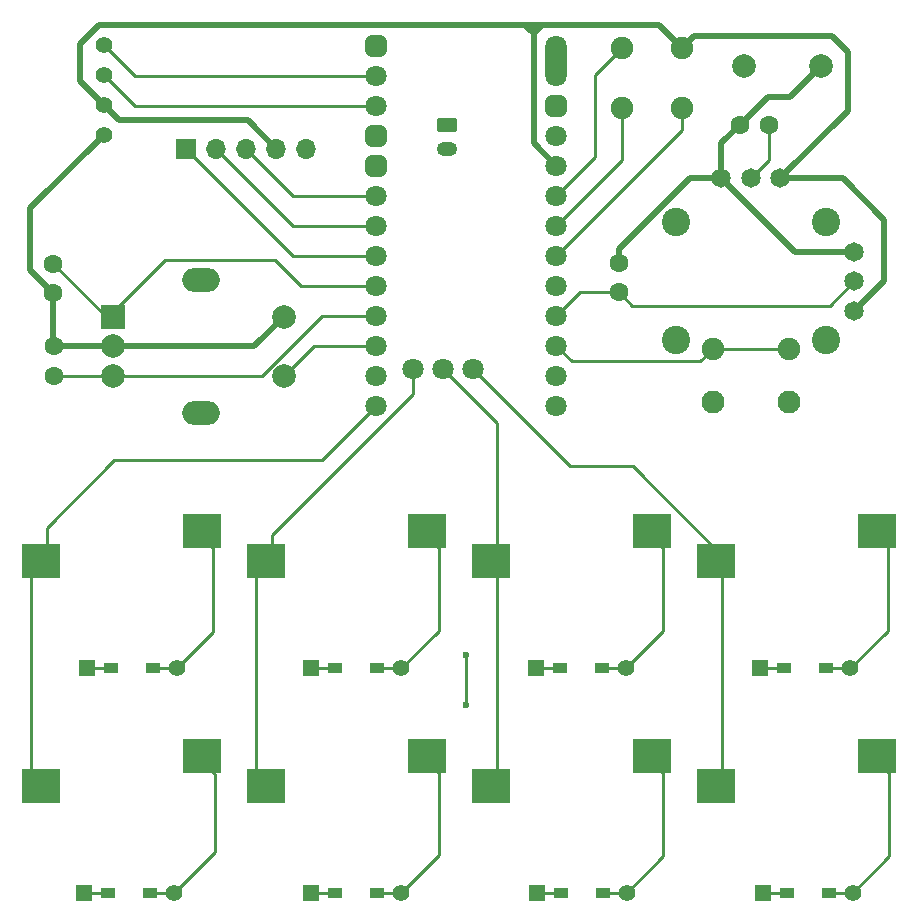
<source format=gbr>
G04 #@! TF.GenerationSoftware,KiCad,Pcbnew,9.0.3*
G04 #@! TF.CreationDate,2025-07-19T22:29:45+09:00*
G04 #@! TF.ProjectId,kleinpad,6b6c6569-6e70-4616-942e-6b696361645f,1.0*
G04 #@! TF.SameCoordinates,Original*
G04 #@! TF.FileFunction,Copper,L2,Bot*
G04 #@! TF.FilePolarity,Positive*
%FSLAX46Y46*%
G04 Gerber Fmt 4.6, Leading zero omitted, Abs format (unit mm)*
G04 Created by KiCad (PCBNEW 9.0.3) date 2025-07-19 22:29:45*
%MOMM*%
%LPD*%
G01*
G04 APERTURE LIST*
G04 Aperture macros list*
%AMRoundRect*
0 Rectangle with rounded corners*
0 $1 Rounding radius*
0 $2 $3 $4 $5 $6 $7 $8 $9 X,Y pos of 4 corners*
0 Add a 4 corners polygon primitive as box body*
4,1,4,$2,$3,$4,$5,$6,$7,$8,$9,$2,$3,0*
0 Add four circle primitives for the rounded corners*
1,1,$1+$1,$2,$3*
1,1,$1+$1,$4,$5*
1,1,$1+$1,$6,$7*
1,1,$1+$1,$8,$9*
0 Add four rect primitives between the rounded corners*
20,1,$1+$1,$2,$3,$4,$5,0*
20,1,$1+$1,$4,$5,$6,$7,0*
20,1,$1+$1,$6,$7,$8,$9,0*
20,1,$1+$1,$8,$9,$2,$3,0*%
G04 Aperture macros list end*
G04 #@! TA.AperFunction,ComponentPad*
%ADD10C,1.800000*%
G04 #@! TD*
G04 #@! TA.AperFunction,ComponentPad*
%ADD11RoundRect,0.450000X-0.450000X-0.450000X0.450000X-0.450000X0.450000X0.450000X-0.450000X0.450000X0*%
G04 #@! TD*
G04 #@! TA.AperFunction,ComponentPad*
%ADD12O,1.800000X4.340000*%
G04 #@! TD*
G04 #@! TA.AperFunction,ComponentPad*
%ADD13C,1.600000*%
G04 #@! TD*
G04 #@! TA.AperFunction,ComponentPad*
%ADD14R,1.397000X1.397000*%
G04 #@! TD*
G04 #@! TA.AperFunction,SMDPad,CuDef*
%ADD15R,1.300000X0.950000*%
G04 #@! TD*
G04 #@! TA.AperFunction,ComponentPad*
%ADD16C,1.397000*%
G04 #@! TD*
G04 #@! TA.AperFunction,SMDPad,CuDef*
%ADD17R,3.300000X3.000000*%
G04 #@! TD*
G04 #@! TA.AperFunction,ComponentPad*
%ADD18C,1.905000*%
G04 #@! TD*
G04 #@! TA.AperFunction,ComponentPad*
%ADD19C,1.900000*%
G04 #@! TD*
G04 #@! TA.AperFunction,ComponentPad*
%ADD20C,1.950000*%
G04 #@! TD*
G04 #@! TA.AperFunction,ComponentPad*
%ADD21C,2.400000*%
G04 #@! TD*
G04 #@! TA.AperFunction,ComponentPad*
%ADD22C,1.650000*%
G04 #@! TD*
G04 #@! TA.AperFunction,WasherPad*
%ADD23O,3.200000X2.000000*%
G04 #@! TD*
G04 #@! TA.AperFunction,ComponentPad*
%ADD24R,2.000000X2.000000*%
G04 #@! TD*
G04 #@! TA.AperFunction,ComponentPad*
%ADD25C,2.000000*%
G04 #@! TD*
G04 #@! TA.AperFunction,ComponentPad*
%ADD26R,1.700000X1.700000*%
G04 #@! TD*
G04 #@! TA.AperFunction,ComponentPad*
%ADD27O,1.700000X1.700000*%
G04 #@! TD*
G04 #@! TA.AperFunction,ComponentPad*
%ADD28RoundRect,0.250000X-0.625000X0.350000X-0.625000X-0.350000X0.625000X-0.350000X0.625000X0.350000X0*%
G04 #@! TD*
G04 #@! TA.AperFunction,ComponentPad*
%ADD29O,1.750000X1.200000*%
G04 #@! TD*
G04 #@! TA.AperFunction,ViaPad*
%ADD30C,0.600000*%
G04 #@! TD*
G04 #@! TA.AperFunction,Conductor*
%ADD31C,0.500000*%
G04 #@! TD*
G04 #@! TA.AperFunction,Conductor*
%ADD32C,0.250000*%
G04 #@! TD*
G04 APERTURE END LIST*
D10*
X133105625Y-66305500D03*
X133105625Y-68845500D03*
D11*
X133105625Y-71385500D03*
X133105625Y-73925500D03*
D10*
X133105625Y-76465500D03*
X133105625Y-79005500D03*
X133105625Y-81545500D03*
X133105625Y-84085500D03*
X133105625Y-86625500D03*
X133105625Y-89165500D03*
X133105625Y-91705500D03*
X133105625Y-94245500D03*
D12*
X148345625Y-65035500D03*
D11*
X148345625Y-68845500D03*
D10*
X148345625Y-71385500D03*
X148345625Y-73925500D03*
X148345625Y-76465500D03*
X148345625Y-79005500D03*
X148345625Y-81545500D03*
X148345625Y-84085500D03*
X148345625Y-86625500D03*
X148345625Y-89165500D03*
X148345625Y-91705500D03*
X148345625Y-94245500D03*
X136179025Y-91151780D03*
X138719025Y-91151780D03*
X141259025Y-91151780D03*
D11*
X133105625Y-63765500D03*
D10*
X148345625Y-63765500D03*
D13*
X153625625Y-82125500D03*
X153625625Y-84625500D03*
X105775625Y-84725500D03*
X105775625Y-82225500D03*
D14*
X165612500Y-116475500D03*
D15*
X167647500Y-116475500D03*
X171197500Y-116475500D03*
D16*
X173232500Y-116475500D03*
D17*
X142851250Y-107366750D03*
X156451250Y-104826750D03*
D13*
X166375625Y-70475500D03*
X163875625Y-70475500D03*
D18*
X159025625Y-63935500D03*
X159025625Y-69015500D03*
X153945625Y-69015500D03*
X153945625Y-63935500D03*
D19*
X161575625Y-89455500D03*
D20*
X161575625Y-93955500D03*
D19*
X168075625Y-89455500D03*
D20*
X168075625Y-93955500D03*
D21*
X158500625Y-78705500D03*
X171150625Y-78705500D03*
X171150625Y-88705500D03*
X158500625Y-88705500D03*
D22*
X173555625Y-86205500D03*
X173555625Y-83705500D03*
X173555625Y-81205500D03*
X167325625Y-74975500D03*
X164825625Y-74975500D03*
X162325625Y-74975500D03*
D16*
X110025625Y-63665500D03*
X110025625Y-66205500D03*
X110025625Y-68745500D03*
X110025625Y-71285500D03*
D17*
X161901250Y-107366750D03*
X175501250Y-104826750D03*
D14*
X146715625Y-135475500D03*
D15*
X148750625Y-135475500D03*
X152300625Y-135475500D03*
D16*
X154335625Y-135475500D03*
D23*
X118275625Y-83625500D03*
X118275625Y-94825500D03*
D24*
X110775625Y-86725500D03*
D25*
X110775625Y-91725500D03*
X110775625Y-89225500D03*
X125275625Y-91725500D03*
X125275625Y-86725500D03*
D14*
X108612500Y-116475500D03*
D15*
X110647500Y-116475500D03*
X114197500Y-116475500D03*
D16*
X116232500Y-116475500D03*
D17*
X142851250Y-126416750D03*
X156451250Y-123876750D03*
D14*
X108387500Y-135475500D03*
D15*
X110422500Y-135475500D03*
X113972500Y-135475500D03*
D16*
X116007500Y-135475500D03*
D17*
X104751250Y-126416750D03*
X118351250Y-123876750D03*
D14*
X127612500Y-116475500D03*
D15*
X129647500Y-116475500D03*
X133197500Y-116475500D03*
D16*
X135232500Y-116475500D03*
D25*
X164275625Y-65475500D03*
X170775625Y-65475500D03*
D17*
X161901250Y-126416750D03*
X175501250Y-123876750D03*
X123801250Y-126416750D03*
X137401250Y-123876750D03*
D14*
X146612500Y-116475500D03*
D15*
X148647500Y-116475500D03*
X152197500Y-116475500D03*
D16*
X154232500Y-116475500D03*
D26*
X116985625Y-72475500D03*
D27*
X119525625Y-72475500D03*
X122065625Y-72475500D03*
X124605625Y-72475500D03*
X127145625Y-72475500D03*
D14*
X165815625Y-135475500D03*
D15*
X167850625Y-135475500D03*
X171400625Y-135475500D03*
D16*
X173435625Y-135475500D03*
D17*
X104751250Y-107366750D03*
X118351250Y-104826750D03*
X123801250Y-107366750D03*
X137401250Y-104826750D03*
D13*
X105825625Y-91725500D03*
X105825625Y-89225500D03*
D14*
X127612500Y-135475500D03*
D15*
X129647500Y-135475500D03*
X133197500Y-135475500D03*
D16*
X135232500Y-135475500D03*
D28*
X139075625Y-70475500D03*
D29*
X139075625Y-72475500D03*
D30*
X140725625Y-115375500D03*
X140725625Y-119575500D03*
D31*
X109625625Y-61975500D02*
X145725625Y-61975500D01*
X108025625Y-63575500D02*
X109625625Y-61975500D01*
X110025625Y-68745500D02*
X108025625Y-66745500D01*
X108025625Y-66745500D02*
X108025625Y-63575500D01*
D32*
X126735625Y-84085500D02*
X124525625Y-81875500D01*
X124525625Y-81875500D02*
X115225625Y-81875500D01*
X110775625Y-86725500D02*
X110275625Y-86725500D01*
X133105625Y-84085500D02*
X126735625Y-84085500D01*
X115225625Y-81875500D02*
X110775625Y-86325500D01*
X110275625Y-86725500D02*
X105775625Y-82225500D01*
X110775625Y-86325500D02*
X110775625Y-86725500D01*
D31*
X105775625Y-84725500D02*
X105775625Y-89175500D01*
X103825625Y-77485500D02*
X103825625Y-82775500D01*
X163875625Y-70475500D02*
X166275625Y-68075500D01*
X162325625Y-74975500D02*
X162325625Y-72025500D01*
X166275625Y-68075500D02*
X168175625Y-68075500D01*
X110775625Y-89225500D02*
X122775625Y-89225500D01*
X162325625Y-72025500D02*
X163875625Y-70475500D01*
X168555625Y-81205500D02*
X162325625Y-74975500D01*
X153625625Y-80994130D02*
X159644255Y-74975500D01*
X153625625Y-82125500D02*
X153625625Y-80994130D01*
X159644255Y-74975500D02*
X162325625Y-74975500D01*
X173555625Y-81205500D02*
X168555625Y-81205500D01*
X122775625Y-89225500D02*
X125275625Y-86725500D01*
X105825625Y-89225500D02*
X110775625Y-89225500D01*
X110025625Y-71285500D02*
X103825625Y-77485500D01*
X103825625Y-82775500D02*
X105775625Y-84725500D01*
X168175625Y-68075500D02*
X170775625Y-65475500D01*
X105775625Y-89175500D02*
X105825625Y-89225500D01*
D32*
X133105625Y-86625500D02*
X128500377Y-86625500D01*
X128500377Y-86625500D02*
X123400377Y-91725500D01*
X123400377Y-91725500D02*
X110775625Y-91725500D01*
X105825625Y-91725500D02*
X110775625Y-91725500D01*
X117901250Y-104826750D02*
X119325625Y-106251125D01*
X119325625Y-106251125D02*
X119325625Y-113382375D01*
X116232500Y-116475500D02*
X114197500Y-116475500D01*
X119325625Y-113382375D02*
X116232500Y-116475500D01*
X129647500Y-116475500D02*
X127612500Y-116475500D01*
X165612500Y-116562375D02*
X165725625Y-116675500D01*
X148647500Y-116475500D02*
X146612500Y-116475500D01*
X167647500Y-116475500D02*
X165612500Y-116475500D01*
X110647500Y-116475500D02*
X108612500Y-116475500D01*
X116007500Y-135475500D02*
X113972500Y-135475500D01*
X119425625Y-125401125D02*
X119425625Y-132057375D01*
X119425625Y-132057375D02*
X116007500Y-135475500D01*
X117901250Y-123876750D02*
X119425625Y-125401125D01*
X148750625Y-135475500D02*
X146715625Y-135475500D01*
X140725625Y-115375500D02*
X140725625Y-119575500D01*
X129647500Y-135475500D02*
X127612500Y-135475500D01*
X167850625Y-135475500D02*
X165815625Y-135475500D01*
X110422500Y-135475500D02*
X108387500Y-135475500D01*
X136951250Y-104826750D02*
X138425625Y-106301125D01*
X135232500Y-116475500D02*
X133197500Y-116475500D01*
X138425625Y-106301125D02*
X138425625Y-113282375D01*
X138425625Y-113282375D02*
X135232500Y-116475500D01*
X135232500Y-135475500D02*
X133197500Y-135475500D01*
X138425625Y-125351125D02*
X138425625Y-132282375D01*
X138425625Y-132282375D02*
X135232500Y-135475500D01*
X136951250Y-123876750D02*
X138425625Y-125351125D01*
X156001250Y-104826750D02*
X157425625Y-106251125D01*
X157425625Y-106251125D02*
X157425625Y-113282375D01*
X154232500Y-116475500D02*
X152197500Y-116475500D01*
X157425625Y-113282375D02*
X154232500Y-116475500D01*
X157425625Y-125301125D02*
X157425625Y-132385500D01*
X156001250Y-123876750D02*
X157425625Y-125301125D01*
X154335625Y-135475500D02*
X152300625Y-135475500D01*
X157425625Y-132385500D02*
X154335625Y-135475500D01*
X175051250Y-104826750D02*
X176425625Y-106201125D01*
X173232500Y-116475500D02*
X171197500Y-116475500D01*
X176425625Y-106201125D02*
X176425625Y-113282375D01*
X176425625Y-113282375D02*
X173232500Y-116475500D01*
X175051250Y-123876750D02*
X176525625Y-125351125D01*
X173435625Y-135475500D02*
X171400625Y-135475500D01*
X176525625Y-132385500D02*
X173435625Y-135475500D01*
X176525625Y-125351125D02*
X176525625Y-132385500D01*
X148345625Y-79005500D02*
X153945625Y-73405500D01*
X153945625Y-73405500D02*
X153945625Y-69015500D01*
X148345625Y-81545500D02*
X159025625Y-70865500D01*
X159025625Y-70865500D02*
X159025625Y-69015500D01*
X151625625Y-73185500D02*
X151625625Y-66255500D01*
X151625625Y-66255500D02*
X153945625Y-63935500D01*
X148345625Y-76465500D02*
X151625625Y-73185500D01*
X116985625Y-72475500D02*
X126055625Y-81545500D01*
X126055625Y-81545500D02*
X133105625Y-81545500D01*
D31*
X145725625Y-61975500D02*
X147125625Y-61975500D01*
X146675625Y-62425500D02*
X146686625Y-62414500D01*
X173025625Y-69275500D02*
X173025625Y-64275500D01*
X146425625Y-72005500D02*
X146425625Y-62675500D01*
X146164625Y-62414500D02*
X146425625Y-62675500D01*
X146425625Y-62675500D02*
X146686625Y-62414500D01*
X176125625Y-78475500D02*
X172625625Y-74975500D01*
X171724625Y-62974500D02*
X159986625Y-62974500D01*
X148345625Y-73925500D02*
X146425625Y-72005500D01*
X145725625Y-61975500D02*
X146164625Y-62414500D01*
X167325625Y-74975500D02*
X173025625Y-69275500D01*
X172625625Y-74975500D02*
X167325625Y-74975500D01*
X176085625Y-83675500D02*
X176125625Y-83675500D01*
X176125625Y-83675500D02*
X176125625Y-78475500D01*
X157065625Y-61975500D02*
X159025625Y-63935500D01*
X146175625Y-62425500D02*
X146675625Y-62425500D01*
X173025625Y-64275500D02*
X171724625Y-62974500D01*
X159986625Y-62974500D02*
X159025625Y-63935500D01*
X146686625Y-62414500D02*
X147125625Y-61975500D01*
X173555625Y-86205500D02*
X176085625Y-83675500D01*
X122205625Y-70075500D02*
X111355625Y-70075500D01*
X147125625Y-61975500D02*
X157065625Y-61975500D01*
X111355625Y-70075500D02*
X110025625Y-68745500D01*
X124605625Y-72475500D02*
X122205625Y-70075500D01*
D32*
X126055625Y-79005500D02*
X133105625Y-79005500D01*
X119525625Y-72475500D02*
X126055625Y-79005500D01*
X122065625Y-72475500D02*
X126055625Y-76465500D01*
X126055625Y-76465500D02*
X133105625Y-76465500D01*
X112665625Y-68845500D02*
X110025625Y-66205500D01*
X133105625Y-68845500D02*
X112665625Y-68845500D01*
X133105625Y-66305500D02*
X112665625Y-66305500D01*
X112665625Y-66305500D02*
X110025625Y-63665500D01*
X105201250Y-104599875D02*
X105201250Y-107366750D01*
X128475625Y-98875500D02*
X110925625Y-98875500D01*
X103851250Y-125066750D02*
X103851250Y-108716750D01*
X110925625Y-98875500D02*
X105201250Y-104599875D01*
X133105625Y-94245500D02*
X128475625Y-98875500D01*
X136179025Y-91151780D02*
X136179025Y-93222100D01*
X124251250Y-105149875D02*
X124251250Y-107366750D01*
X122901250Y-125066750D02*
X122901250Y-108716750D01*
X136179025Y-93222100D02*
X124251250Y-105149875D01*
X143301250Y-95734005D02*
X143301250Y-107366750D01*
X138719025Y-91151780D02*
X143301250Y-95734005D01*
X143301250Y-107366750D02*
X143301250Y-126416750D01*
X127835625Y-89165500D02*
X125275625Y-91725500D01*
X133105625Y-89165500D02*
X127835625Y-89165500D01*
X154802000Y-99375500D02*
X162351250Y-106924750D01*
X141259025Y-91151780D02*
X149482745Y-99375500D01*
X162351250Y-107366750D02*
X162351250Y-126416750D01*
X149482745Y-99375500D02*
X154802000Y-99375500D01*
X162351250Y-106924750D02*
X162351250Y-107366750D01*
X153625625Y-84625500D02*
X154775625Y-85775500D01*
X150345625Y-84625500D02*
X153625625Y-84625500D01*
X148345625Y-86625500D02*
X150345625Y-84625500D01*
X171485625Y-85775500D02*
X173555625Y-83705500D01*
X154775625Y-85775500D02*
X171485625Y-85775500D01*
X166375625Y-73425500D02*
X164825625Y-74975500D01*
X166375625Y-70475500D02*
X166375625Y-73425500D01*
X160555625Y-90475500D02*
X161575625Y-89455500D01*
X149655625Y-90475500D02*
X160555625Y-90475500D01*
X148345625Y-89165500D02*
X149655625Y-90475500D01*
X161575625Y-89455500D02*
X168075625Y-89455500D01*
M02*

</source>
